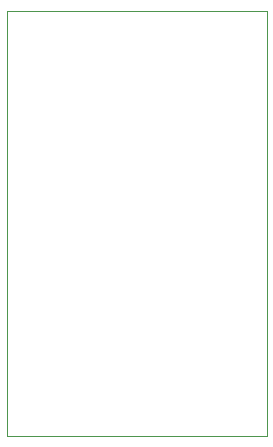
<source format=gbr>
%TF.GenerationSoftware,KiCad,Pcbnew,8.0.8*%
%TF.CreationDate,2025-04-01T17:59:15+02:00*%
%TF.ProjectId,biuzzcharge,6269757a-7a63-4686-9172-67652e6b6963,rev?*%
%TF.SameCoordinates,Original*%
%TF.FileFunction,Profile,NP*%
%FSLAX46Y46*%
G04 Gerber Fmt 4.6, Leading zero omitted, Abs format (unit mm)*
G04 Created by KiCad (PCBNEW 8.0.8) date 2025-04-01 17:59:15*
%MOMM*%
%LPD*%
G01*
G04 APERTURE LIST*
%TA.AperFunction,Profile*%
%ADD10C,0.050000*%
%TD*%
G04 APERTURE END LIST*
D10*
X99000000Y-82000000D02*
X121000000Y-82000000D01*
X121000000Y-118000000D01*
X99000000Y-118000000D01*
X99000000Y-82000000D01*
M02*

</source>
